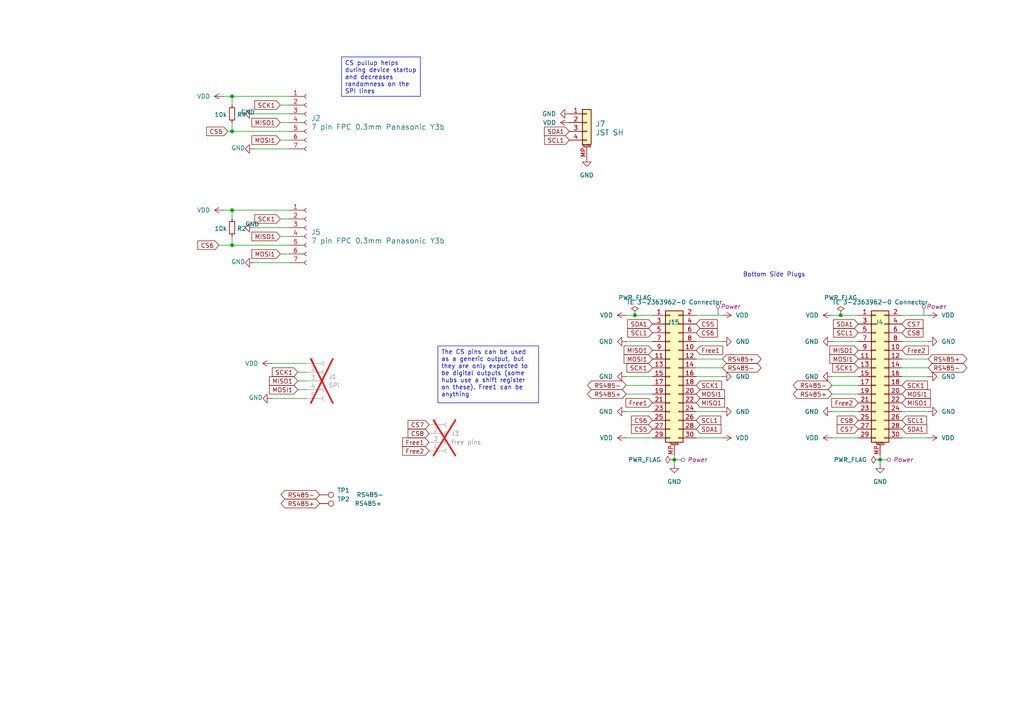
<source format=kicad_sch>
(kicad_sch (version 20231120) (generator "eeschema") (generator_version "8.0")
  (paper "A4")
  (title_block (title "Two connector sensor board") (date "2024-12-27") (rev "V1") (company "Author: Asher Edwards"))
  (lib_symbols
    (symbol "Connector:Conn_01x04_Socket" (pin_names (offset 1.016) hide)
      (property "Reference" "J" (at 0 5.08 0))
      (property "Value" "Conn_01x04_Socket" (at 0 -7.62 0))
      (symbol "Conn_01x04_Socket_1_1"
        (arc (start 0 -4.572) (mid -0.5058 -5.08) (end 0 -5.588) (stroke (width 0.1524)))
        (arc (start 0 -2.032) (mid -0.5058 -2.54) (end 0 -3.048) (stroke (width 0.1524)))
        (polyline (pts (xy -1.27 -5.08) (xy -0.508 -5.08)) (stroke (width 0.1524)))
        (polyline (pts (xy -1.27 -2.54) (xy -0.508 -2.54)) (stroke (width 0.1524)))
        (polyline (pts (xy -1.27 0) (xy -0.508 0)) (stroke (width 0.1524)))
        (polyline (pts (xy -1.27 2.54) (xy -0.508 2.54)) (stroke (width 0.1524)))
        (arc (start 0 0.508) (mid -0.5058 0) (end 0 -0.508) (stroke (width 0.1524)))
        (arc (start 0 3.048) (mid -0.5058 2.54) (end 0 2.032) (stroke (width 0.1524)))
        (pin passive line (at -5.08 2.54 0) (length 3.81) (name "Pin_1") (number "1"))
        (pin passive line (at -5.08 0 0) (length 3.81) (name "Pin_2") (number "2"))
        (pin passive line (at -5.08 -2.54 0) (length 3.81) (name "Pin_3") (number "3"))
        (pin passive line (at -5.08 -5.08 0) (length 3.81) (name "Pin_4") (number "4"))
      )
    )
    (symbol "Connector:Conn_01x05_Socket" (pin_names (offset 1.016) hide)
      (property "Reference" "J" (at 0 7.62 0))
      (property "Value" "Conn_01x05_Socket" (at 0 -7.62 0))
      (symbol "Conn_01x05_Socket_1_1"
        (arc (start 0 -4.572) (mid -0.5058 -5.08) (end 0 -5.588) (stroke (width 0.1524)))
        (arc (start 0 -2.032) (mid -0.5058 -2.54) (end 0 -3.048) (stroke (width 0.1524)))
        (polyline (pts (xy -1.27 -5.08) (xy -0.508 -5.08)) (stroke (width 0.1524)))
        (polyline (pts (xy -1.27 -2.54) (xy -0.508 -2.54)) (stroke (width 0.1524)))
        (polyline (pts (xy -1.27 0) (xy -0.508 0)) (stroke (width 0.1524)))
        (polyline (pts (xy -1.27 2.54) (xy -0.508 2.54)) (stroke (width 0.1524)))
        (polyline (pts (xy -1.27 5.08) (xy -0.508 5.08)) (stroke (width 0.1524)))
        (arc (start 0 0.508) (mid -0.5058 0) (end 0 -0.508) (stroke (width 0.1524)))
        (arc (start 0 3.048) (mid -0.5058 2.54) (end 0 2.032) (stroke (width 0.1524)))
        (arc (start 0 5.588) (mid -0.5058 5.08) (end 0 4.572) (stroke (width 0.1524)))
        (pin passive line (at -5.08 5.08 0) (length 3.81) (name "Pin_1") (number "1"))
        (pin passive line (at -5.08 2.54 0) (length 3.81) (name "Pin_2") (number "2"))
        (pin passive line (at -5.08 0 0) (length 3.81) (name "Pin_3") (number "3"))
        (pin passive line (at -5.08 -2.54 0) (length 3.81) (name "Pin_4") (number "4"))
        (pin passive line (at -5.08 -5.08 0) (length 3.81) (name "Pin_5") (number "5"))
      )
    )
    (symbol "Connector:Conn_01x07_Socket" (pin_names (offset 1.016) hide)
      (property "Reference" "J" (at 0 10.16 0))
      (property "Value" "Conn_01x07_Socket" (at 0 -10.16 0))
      (symbol "Conn_01x07_Socket_1_1"
        (arc (start 0 -7.112) (mid -0.5058 -7.62) (end 0 -8.128) (stroke (width 0.1524)))
        (arc (start 0 -4.572) (mid -0.5058 -5.08) (end 0 -5.588) (stroke (width 0.1524)))
        (arc (start 0 -2.032) (mid -0.5058 -2.54) (end 0 -3.048) (stroke (width 0.1524)))
        (polyline (pts (xy -1.27 -7.62) (xy -0.508 -7.62)) (stroke (width 0.1524)))
        (polyline (pts (xy -1.27 -5.08) (xy -0.508 -5.08)) (stroke (width 0.1524)))
        (polyline (pts (xy -1.27 -2.54) (xy -0.508 -2.54)) (stroke (width 0.1524)))
        (polyline (pts (xy -1.27 0) (xy -0.508 0)) (stroke (width 0.1524)))
        (polyline (pts (xy -1.27 2.54) (xy -0.508 2.54)) (stroke (width 0.1524)))
        (polyline (pts (xy -1.27 5.08) (xy -0.508 5.08)) (stroke (width 0.1524)))
        (polyline (pts (xy -1.27 7.62) (xy -0.508 7.62)) (stroke (width 0.1524)))
        (arc (start 0 0.508) (mid -0.5058 0) (end 0 -0.508) (stroke (width 0.1524)))
        (arc (start 0 3.048) (mid -0.5058 2.54) (end 0 2.032) (stroke (width 0.1524)))
        (arc (start 0 5.588) (mid -0.5058 5.08) (end 0 4.572) (stroke (width 0.1524)))
        (arc (start 0 8.128) (mid -0.5058 7.62) (end 0 7.112) (stroke (width 0.1524)))
        (pin passive line (at -5.08 7.62 0) (length 3.81) (name "Pin_1") (number "1"))
        (pin passive line (at -5.08 5.08 0) (length 3.81) (name "Pin_2") (number "2"))
        (pin passive line (at -5.08 2.54 0) (length 3.81) (name "Pin_3") (number "3"))
        (pin passive line (at -5.08 0 0) (length 3.81) (name "Pin_4") (number "4"))
        (pin passive line (at -5.08 -2.54 0) (length 3.81) (name "Pin_5") (number "5"))
        (pin passive line (at -5.08 -5.08 0) (length 3.81) (name "Pin_6") (number "6"))
        (pin passive line (at -5.08 -7.62 0) (length 3.81) (name "Pin_7") (number "7"))
      )
    )
    (symbol "Connector:TestPoint" (pin_numbers hide) (pin_names (offset 0.762) hide)
      (property "Reference" "TP" (at 0 6.858 0))
      (property "Value" "TestPoint" (at 0 5.08 0))
      (symbol "TestPoint_0_1"
        (circle (center 0 3.302) (radius 0.762))
      )
      (symbol "TestPoint_1_1"
        (pin passive line (at 0 0 90) (length 2.54) (name "1") (number "1"))
      )
    )
    (symbol "Connector_Generic_MountingPin:Conn_01x04_MountingPin" (pin_names (offset 1.016) hide)
      (property "Reference" "J" (at 0 5.08 0))
      (property "Value" "Conn_01x04_MountingPin" (at 1.27 -7.62 0))
      (symbol "Conn_01x04_MountingPin_1_1"
        (rectangle (start -1.27 -4.953) (end 0 -5.207) (stroke (width 0.1524)))
        (rectangle (start -1.27 -2.413) (end 0 -2.667) (stroke (width 0.1524)))
        (rectangle (start -1.27 0.127) (end 0 -0.127) (stroke (width 0.1524)))
        (rectangle (start -1.27 2.667) (end 0 2.413) (stroke (width 0.1524)))
        (rectangle (start -1.27 3.81) (end 1.27 -6.35) (stroke (width 0.254)) (fill (type background)))
        (polyline (pts (xy -1.016 -7.112) (xy 1.016 -7.112)) (stroke (width 0.1524)))
        (text "Mounting" (at 0 -6.731 0) (effects (font (size 0.381 0.381))))
        (pin passive line (at -5.08 2.54 0) (length 3.81) (name "Pin_1") (number "1"))
        (pin passive line (at -5.08 0 0) (length 3.81) (name "Pin_2") (number "2"))
        (pin passive line (at -5.08 -2.54 0) (length 3.81) (name "Pin_3") (number "3"))
        (pin passive line (at -5.08 -5.08 0) (length 3.81) (name "Pin_4") (number "4"))
        (pin passive line (at 0 -10.16 90) (length 3.048) (name "MountPin") (number "MP"))
      )
    )
    (symbol "Connector_Generic_MountingPin:Conn_02x15_Odd_Even_MountingPin" (pin_names (offset 1.016) hide)
      (property "Reference" "J" (at 1.27 20.32 0))
      (property "Value" "Conn_02x15_Odd_Even_MountingPin" (at 2.54 -20.32 0))
      (symbol "Conn_02x15_Odd_Even_MountingPin_1_1"
        (rectangle (start -1.27 -17.653) (end 0 -17.907) (stroke (width 0.1524)))
        (rectangle (start -1.27 -15.113) (end 0 -15.367) (stroke (width 0.1524)))
        (rectangle (start -1.27 -12.573) (end 0 -12.827) (stroke (width 0.1524)))
        (rectangle (start -1.27 -10.033) (end 0 -10.287) (stroke (width 0.1524)))
        (rectangle (start -1.27 -7.493) (end 0 -7.747) (stroke (width 0.1524)))
        (rectangle (start -1.27 -4.953) (end 0 -5.207) (stroke (width 0.1524)))
        (rectangle (start -1.27 -2.413) (end 0 -2.667) (stroke (width 0.1524)))
        (rectangle (start -1.27 0.127) (end 0 -0.127) (stroke (width 0.1524)))
        (rectangle (start -1.27 2.667) (end 0 2.413) (stroke (width 0.1524)))
        (rectangle (start -1.27 5.207) (end 0 4.953) (stroke (width 0.1524)))
        (rectangle (start -1.27 7.747) (end 0 7.493) (stroke (width 0.1524)))
        (rectangle (start -1.27 10.287) (end 0 10.033) (stroke (width 0.1524)))
        (rectangle (start -1.27 12.827) (end 0 12.573) (stroke (width 0.1524)))
        (rectangle (start -1.27 15.367) (end 0 15.113) (stroke (width 0.1524)))
        (rectangle (start -1.27 17.907) (end 0 17.653) (stroke (width 0.1524)))
        (rectangle (start -1.27 19.05) (end 3.81 -19.05) (stroke (width 0.254)) (fill (type background)))
        (polyline (pts (xy 0.254 -19.812) (xy 2.286 -19.812)) (stroke (width 0.1524)))
        (rectangle (start 3.81 -17.653) (end 2.54 -17.907) (stroke (width 0.1524)))
        (rectangle (start 3.81 -15.113) (end 2.54 -15.367) (stroke (width 0.1524)))
        (rectangle (start 3.81 -12.573) (end 2.54 -12.827) (stroke (width 0.1524)))
        (rectangle (start 3.81 -10.033) (end 2.54 -10.287) (stroke (width 0.1524)))
        (rectangle (start 3.81 -7.493) (end 2.54 -7.747) (stroke (width 0.1524)))
        (rectangle (start 3.81 -4.953) (end 2.54 -5.207) (stroke (width 0.1524)))
        (rectangle (start 3.81 -2.413) (end 2.54 -2.667) (stroke (width 0.1524)))
        (rectangle (start 3.81 0.127) (end 2.54 -0.127) (stroke (width 0.1524)))
        (rectangle (start 3.81 2.667) (end 2.54 2.413) (stroke (width 0.1524)))
        (rectangle (start 3.81 5.207) (end 2.54 4.953) (stroke (width 0.1524)))
        (rectangle (start 3.81 7.747) (end 2.54 7.493) (stroke (width 0.1524)))
        (rectangle (start 3.81 10.287) (end 2.54 10.033) (stroke (width 0.1524)))
        (rectangle (start 3.81 12.827) (end 2.54 12.573) (stroke (width 0.1524)))
        (rectangle (start 3.81 15.367) (end 2.54 15.113) (stroke (width 0.1524)))
        (rectangle (start 3.81 17.907) (end 2.54 17.653) (stroke (width 0.1524)))
        (text "Mounting" (at 1.27 -19.431 0) (effects (font (size 0.381 0.381))))
        (pin passive line (at -5.08 17.78 0) (length 3.81) (name "Pin_1") (number "1"))
        (pin passive line (at 7.62 7.62 180) (length 3.81) (name "Pin_10") (number "10"))
        (pin passive line (at -5.08 5.08 0) (length 3.81) (name "Pin_11") (number "11"))
        (pin passive line (at 7.62 5.08 180) (length 3.81) (name "Pin_12") (number "12"))
        (pin passive line (at -5.08 2.54 0) (length 3.81) (name "Pin_13") (number "13"))
        (pin passive line (at 7.62 2.54 180) (length 3.81) (name "Pin_14") (number "14"))
        (pin passive line (at -5.08 0 0) (length 3.81) (name "Pin_15") (number "15"))
        (pin passive line (at 7.62 0 180) (length 3.81) (name "Pin_16") (number "16"))
        (pin passive line (at -5.08 -2.54 0) (length 3.81) (name "Pin_17") (number "17"))
        (pin passive line (at 7.62 -2.54 180) (length 3.81) (name "Pin_18") (number "18"))
        (pin passive line (at -5.08 -5.08 0) (length 3.81) (name "Pin_19") (number "19"))
        (pin passive line (at 7.62 17.78 180) (length 3.81) (name "Pin_2") (number "2"))
        (pin passive line (at 7.62 -5.08 180) (length 3.81) (name "Pin_20") (number "20"))
        (pin passive line (at -5.08 -7.62 0) (length 3.81) (name "Pin_21") (number "21"))
        (pin passive line (at 7.62 -7.62 180) (length 3.81) (name "Pin_22") (number "22"))
        (pin passive line (at -5.08 -10.16 0) (length 3.81) (name "Pin_23") (number "23"))
        (pin passive line (at 7.62 -10.16 180) (length 3.81) (name "Pin_24") (number "24"))
        (pin passive line (at -5.08 -12.7 0) (length 3.81) (name "Pin_25") (number "25"))
        (pin passive line (at 7.62 -12.7 180) (length 3.81) (name "Pin_26") (number "26"))
        (pin passive line (at -5.08 -15.24 0) (length 3.81) (name "Pin_27") (number "27"))
        (pin passive line (at 7.62 -15.24 180) (length 3.81) (name "Pin_28") (number "28"))
        (pin passive line (at -5.08 -17.78 0) (length 3.81) (name "Pin_29") (number "29"))
        (pin passive line (at -5.08 15.24 0) (length 3.81) (name "Pin_3") (number "3"))
        (pin passive line (at 7.62 -17.78 180) (length 3.81) (name "Pin_30") (number "30"))
        (pin passive line (at 7.62 15.24 180) (length 3.81) (name "Pin_4") (number "4"))
        (pin passive line (at -5.08 12.7 0) (length 3.81) (name "Pin_5") (number "5"))
        (pin passive line (at 7.62 12.7 180) (length 3.81) (name "Pin_6") (number "6"))
        (pin passive line (at -5.08 10.16 0) (length 3.81) (name "Pin_7") (number "7"))
        (pin passive line (at 7.62 10.16 180) (length 3.81) (name "Pin_8") (number "8"))
        (pin passive line (at -5.08 7.62 0) (length 3.81) (name "Pin_9") (number "9"))
        (pin passive line (at 1.27 -22.86 90) (length 3.048) (name "MountPin") (number "MP"))
      )
    )
    (symbol "Device:R_Small" (pin_numbers hide) (pin_names (offset 0.254) hide)
      (property "Reference" "R" (at 0.762 0.508 0))
      (property "Value" "R_Small" (at 0.762 -1.016 0))
      (symbol "R_Small_0_1"
        (rectangle (start -0.762 1.778) (end 0.762 -1.778) (stroke (width 0.2032)))
      )
      (symbol "R_Small_1_1"
        (pin passive line (at 0 2.54 270) (length 0.762) (name "~") (number "1"))
        (pin passive line (at 0 -2.54 90) (length 0.762) (name "~") (number "2"))
      )
    )
    (symbol "power:GND" (power) (pin_numbers hide) (pin_names (offset 0) hide)
      (property "Value" "GND" (at 0 -3.81 0))
      (symbol "GND_0_1"
        (polyline (pts (xy 0 0) (xy 0 -1.27) (xy 1.27 -1.27) (xy 0 -2.54) (xy -1.27 -1.27) (xy 0 -1.27)))
      )
      (symbol "GND_1_1"
        (pin power_in line (at 0 0 270) (length 0) (name "~") (number "1"))
      )
    )
    (symbol "power:PWR_FLAG" (power) (pin_numbers hide) (pin_names (offset 0) hide)
      (property "Value" "PWR_FLAG" (at 0 3.81 0))
      (symbol "PWR_FLAG_0_0"
        (pin power_out line (at 0 0 90) (length 0) (name "~") (number "1"))
      )
      (symbol "PWR_FLAG_0_1"
        (polyline (pts (xy 0 0) (xy 0 1.27) (xy -1.016 1.905) (xy 0 2.54) (xy 1.016 1.905) (xy 0 1.27)))
      )
    )
    (symbol "power:VDD" (power) (pin_numbers hide) (pin_names (offset 0) hide)
      (property "Value" "VDD" (at 0 3.556 0))
      (symbol "VDD_0_1"
        (polyline (pts (xy -0.762 1.27) (xy 0 2.54)))
        (polyline (pts (xy 0 0) (xy 0 2.54)))
        (polyline (pts (xy 0 2.54) (xy 0.762 1.27)))
      )
      (symbol "VDD_1_1"
        (pin power_in line (at 0 0 90) (length 0) (name "~") (number "1"))
      )
    )
  )
  (junction (at 243.84 91.44))
  (junction (at 255.27 133.35))
  (junction (at 67.31 27.94))
  (junction (at 67.31 60.96))
  (junction (at 67.31 38.1))
  (junction (at 67.31 71.12))
  (junction (at 184.15 91.44))
  (junction (at 195.58 133.35))
  (wire (pts (xy 67.31 38.1) (xy 83.82 38.1)))
  (wire (pts (xy 67.31 68.58) (xy 67.31 71.12)))
  (wire (pts (xy 66.04 38.1) (xy 67.31 38.1)))
  (wire (pts (xy 181.61 119.38) (xy 189.23 119.38)))
  (wire (pts (xy 81.28 68.58) (xy 83.82 68.58)))
  (wire (pts (xy 209.55 127) (xy 201.93 127)))
  (wire (pts (xy 81.28 63.5) (xy 83.82 63.5)))
  (wire (pts (xy 184.15 91.44) (xy 189.23 91.44)))
  (wire (pts (xy 64.77 60.96) (xy 67.31 60.96)))
  (wire (pts (xy 195.58 134.62) (xy 195.58 133.35)))
  (wire (pts (xy 181.61 127) (xy 189.23 127)))
  (wire (pts (xy 63.5 71.12) (xy 67.31 71.12)))
  (wire (pts (xy 67.31 60.96) (xy 83.82 60.96)))
  (wire (pts (xy 269.24 99.06) (xy 261.62 99.06)))
  (wire (pts (xy 81.28 35.56) (xy 83.82 35.56)))
  (wire (pts (xy 78.74 115.57) (xy 88.9 115.57)))
  (wire (pts (xy 67.31 27.94) (xy 83.82 27.94)))
  (wire (pts (xy 269.24 104.14) (xy 261.62 104.14)))
  (wire (pts (xy 209.55 106.68) (xy 201.93 106.68)))
  (wire (pts (xy 67.31 35.56) (xy 67.31 38.1)))
  (wire (pts (xy 241.3 99.06) (xy 248.92 99.06)))
  (wire (pts (xy 209.55 109.22) (xy 201.93 109.22)))
  (wire (pts (xy 209.55 104.14) (xy 201.93 104.14)))
  (wire (pts (xy 269.24 119.38) (xy 261.62 119.38)))
  (wire (pts (xy 181.61 91.44) (xy 184.15 91.44)))
  (wire (pts (xy 195.58 133.35) (xy 195.58 132.08)))
  (wire (pts (xy 241.3 119.38) (xy 248.92 119.38)))
  (wire (pts (xy 255.27 133.35) (xy 255.27 132.08)))
  (wire (pts (xy 241.3 127) (xy 248.92 127)))
  (wire (pts (xy 181.61 114.3) (xy 189.23 114.3)))
  (wire (pts (xy 81.28 73.66) (xy 83.82 73.66)))
  (wire (pts (xy 81.28 40.64) (xy 83.82 40.64)))
  (wire (pts (xy 241.3 91.44) (xy 243.84 91.44)))
  (wire (pts (xy 241.3 111.76) (xy 248.92 111.76)))
  (wire (pts (xy 64.77 27.94) (xy 67.31 27.94)))
  (wire (pts (xy 241.3 114.3) (xy 248.92 114.3)))
  (wire (pts (xy 269.24 127) (xy 261.62 127)))
  (wire (pts (xy 181.61 99.06) (xy 189.23 99.06)))
  (wire (pts (xy 81.28 30.48) (xy 83.82 30.48)))
  (wire (pts (xy 73.66 43.18) (xy 83.82 43.18)))
  (wire (pts (xy 78.74 105.41) (xy 88.9 105.41)))
  (wire (pts (xy 73.66 76.2) (xy 83.82 76.2)))
  (wire (pts (xy 181.61 111.76) (xy 189.23 111.76)))
  (wire (pts (xy 209.55 119.38) (xy 201.93 119.38)))
  (wire (pts (xy 241.3 109.22) (xy 248.92 109.22)))
  (wire (pts (xy 209.55 91.44) (xy 201.93 91.44)))
  (wire (pts (xy 255.27 134.62) (xy 255.27 133.35)))
  (wire (pts (xy 86.36 110.49) (xy 88.9 110.49)))
  (wire (pts (xy 243.84 91.44) (xy 248.92 91.44)))
  (wire (pts (xy 67.31 63.5) (xy 67.31 60.96)))
  (wire (pts (xy 86.36 107.95) (xy 88.9 107.95)))
  (wire (pts (xy 73.66 33.02) (xy 83.82 33.02)))
  (wire (pts (xy 181.61 109.22) (xy 189.23 109.22)))
  (wire (pts (xy 67.31 30.48) (xy 67.31 27.94)))
  (wire (pts (xy 269.24 91.44) (xy 261.62 91.44)))
  (wire (pts (xy 67.31 71.12) (xy 83.82 71.12)))
  (wire (pts (xy 86.36 113.03) (xy 88.9 113.03)))
  (wire (pts (xy 269.24 109.22) (xy 261.62 109.22)))
  (wire (pts (xy 209.55 99.06) (xy 201.93 99.06)))
  (wire (pts (xy 269.24 106.68) (xy 261.62 106.68)))
  (wire (pts (xy 73.66 66.04) (xy 83.82 66.04)))
  (text_box "CS pullup helps during device startup and decreases randomness on the SPI lines" (at 99.06 16.51 0) (size 22.86 11.43) (effects (font (size 1.27 1.27)) (justify left top)))
  (text_box "The CS pins can be used as a generic output, but they are only expected to be digital outputs (some hubs use a shift register on these). Free1 can be anything" (at 127 100.33 0) (size 29.21 16.51) (effects (font (size 1.27 1.27)) (justify left top)))
  (text "Bottom Side Plugs" (at 224.536 79.756 0) (effects (font (size 1.27 1.27))))
  (global_label "SCL1" (shape input) (at 261.62 121.92 0) (property "Intersheetrefs" "${INTERSHEET_REFS}" (effects (hide yes))))
  (global_label "SCL1" (shape input) (at 201.93 121.92 0) (property "Intersheetrefs" "${INTERSHEET_REFS}" (effects (hide yes))))
  (global_label "CS5" (shape input) (at 66.04 38.1 180) (property "Intersheetrefs" "${INTERSHEET_REFS}" (effects (hide yes))))
  (global_label "CS6" (shape input) (at 63.5 71.12 180) (property "Intersheetrefs" "${INTERSHEET_REFS}" (effects (hide yes))))
  (global_label "MISO1" (shape input) (at 86.36 110.49 180) (property "Intersheetrefs" "${INTERSHEET_REFS}" (effects (hide yes))))
  (global_label "RS485-" (shape bidirectional) (at 241.3 111.76 180) (property "Intersheetrefs" "${INTERSHEET_REFS}" (effects (hide yes))))
  (global_label "SCK1" (shape input) (at 261.62 111.76 0) (property "Intersheetrefs" "${INTERSHEET_REFS}" (effects (hide yes))))
  (global_label "Free2" (shape input) (at 124.46 130.81 180) (property "Intersheetrefs" "${INTERSHEET_REFS}" (effects (hide yes))))
  (global_label "RS485+" (shape bidirectional) (at 181.61 114.3 180) (property "Intersheetrefs" "${INTERSHEET_REFS}" (effects (hide yes))))
  (global_label "SCL1" (shape input) (at 248.92 96.52 180) (property "Intersheetrefs" "${INTERSHEET_REFS}" (effects (hide yes))))
  (global_label "RS485+" (shape bidirectional) (at 269.24 104.14 0) (property "Intersheetrefs" "${INTERSHEET_REFS}" (effects (hide yes))))
  (global_label "SCL1" (shape input) (at 189.23 96.52 180) (property "Intersheetrefs" "${INTERSHEET_REFS}" (effects (hide yes))))
  (global_label "MOSI1" (shape input) (at 86.36 113.03 180) (property "Intersheetrefs" "${INTERSHEET_REFS}" (effects (hide yes))))
  (global_label "RS485-" (shape bidirectional) (at 269.24 106.68 0) (property "Intersheetrefs" "${INTERSHEET_REFS}" (effects (hide yes))))
  (global_label "SCK1" (shape input) (at 201.93 111.76 0) (property "Intersheetrefs" "${INTERSHEET_REFS}" (effects (hide yes))))
  (global_label "RS485+" (shape bidirectional) (at 241.3 114.3 180) (property "Intersheetrefs" "${INTERSHEET_REFS}" (effects (hide yes))))
  (global_label "CS5" (shape input) (at 201.93 93.98 0) (property "Intersheetrefs" "${INTERSHEET_REFS}" (effects (hide yes))))
  (global_label "CS6" (shape input) (at 201.93 96.52 0) (property "Intersheetrefs" "${INTERSHEET_REFS}" (effects (hide yes))))
  (global_label "MISO1" (shape input) (at 81.28 68.58 180) (property "Intersheetrefs" "${INTERSHEET_REFS}" (effects (hide yes))))
  (global_label "MOSI1" (shape input) (at 261.62 114.3 0) (property "Intersheetrefs" "${INTERSHEET_REFS}" (effects (hide yes))))
  (global_label "SDA1" (shape input) (at 165.1 38.1 180) (property "Intersheetrefs" "${INTERSHEET_REFS}" (effects (hide yes))))
  (global_label "SCL1" (shape input) (at 165.1 40.64 180) (property "Intersheetrefs" "${INTERSHEET_REFS}" (effects (hide yes))))
  (global_label "SCK1" (shape input) (at 81.28 30.48 180) (property "Intersheetrefs" "${INTERSHEET_REFS}" (effects (hide yes))))
  (global_label "CS5" (shape input) (at 189.23 124.46 180) (property "Intersheetrefs" "${INTERSHEET_REFS}" (effects (hide yes))))
  (global_label "CS8" (shape input) (at 124.46 125.73 180) (property "Intersheetrefs" "${INTERSHEET_REFS}" (effects (hide yes))))
  (global_label "MOSI1" (shape input) (at 189.23 104.14 180) (property "Intersheetrefs" "${INTERSHEET_REFS}" (effects (hide yes))))
  (global_label "MOSI1" (shape input) (at 248.92 104.14 180) (property "Intersheetrefs" "${INTERSHEET_REFS}" (effects (hide yes))))
  (global_label "Free2" (shape input) (at 248.92 116.84 180) (property "Intersheetrefs" "${INTERSHEET_REFS}" (effects (hide yes))))
  (global_label "CS8" (shape input) (at 248.92 121.92 180) (property "Intersheetrefs" "${INTERSHEET_REFS}" (effects (hide yes))))
  (global_label "RS485-" (shape bidirectional) (at 181.61 111.76 180) (property "Intersheetrefs" "${INTERSHEET_REFS}" (effects (hide yes))))
  (global_label "MOSI1" (shape input) (at 81.28 73.66 180) (property "Intersheetrefs" "${INTERSHEET_REFS}" (effects (hide yes))))
  (global_label "MISO1" (shape input) (at 81.28 35.56 180) (property "Intersheetrefs" "${INTERSHEET_REFS}" (effects (hide yes))))
  (global_label "SCK1" (shape input) (at 86.36 107.95 180) (property "Intersheetrefs" "${INTERSHEET_REFS}" (effects (hide yes))))
  (global_label "SCK1" (shape input) (at 189.23 106.68 180) (property "Intersheetrefs" "${INTERSHEET_REFS}" (effects (hide yes))))
  (global_label "Free1" (shape input) (at 124.46 128.27 180) (property "Intersheetrefs" "${INTERSHEET_REFS}" (effects (hide yes))))
  (global_label "SCK1" (shape input) (at 81.28 63.5 180) (property "Intersheetrefs" "${INTERSHEET_REFS}" (effects (hide yes))))
  (global_label "MOSI1" (shape input) (at 201.93 114.3 0) (property "Intersheetrefs" "${INTERSHEET_REFS}" (effects (hide yes))))
  (global_label "MISO1" (shape input) (at 248.92 101.6 180) (property "Intersheetrefs" "${INTERSHEET_REFS}" (effects (hide yes))))
  (global_label "CS7" (shape input) (at 124.46 123.19 180) (property "Intersheetrefs" "${INTERSHEET_REFS}" (effects (hide yes))))
  (global_label "Free1" (shape input) (at 189.23 116.84 180) (property "Intersheetrefs" "${INTERSHEET_REFS}" (effects (hide yes))))
  (global_label "SDA1" (shape input) (at 261.62 124.46 0) (property "Intersheetrefs" "${INTERSHEET_REFS}" (effects (hide yes))))
  (global_label "SDA1" (shape input) (at 201.93 124.46 0) (property "Intersheetrefs" "${INTERSHEET_REFS}" (effects (hide yes))))
  (global_label "CS6" (shape input) (at 189.23 121.92 180) (property "Intersheetrefs" "${INTERSHEET_REFS}" (effects (hide yes))))
  (global_label "MISO1" (shape input) (at 189.23 101.6 180) (property "Intersheetrefs" "${INTERSHEET_REFS}" (effects (hide yes))))
  (global_label "MISO1" (shape input) (at 201.93 116.84 0) (property "Intersheetrefs" "${INTERSHEET_REFS}" (effects (hide yes))))
  (global_label "SDA1" (shape input) (at 189.23 93.98 180) (property "Intersheetrefs" "${INTERSHEET_REFS}" (effects (hide yes))))
  (global_label "Free1" (shape input) (at 201.93 101.6 0) (property "Intersheetrefs" "${INTERSHEET_REFS}" (effects (hide yes))))
  (global_label "Free2" (shape input) (at 261.62 101.6 0) (property "Intersheetrefs" "${INTERSHEET_REFS}" (effects (hide yes))))
  (global_label "RS485+" (shape bidirectional) (at 209.55 104.14 0) (property "Intersheetrefs" "${INTERSHEET_REFS}" (effects (hide yes))))
  (global_label "MOSI1" (shape input) (at 81.28 40.64 180) (property "Intersheetrefs" "${INTERSHEET_REFS}" (effects (hide yes))))
  (global_label "SCK1" (shape input) (at 248.92 106.68 180) (property "Intersheetrefs" "${INTERSHEET_REFS}" (effects (hide yes))))
  (global_label "RS485-" (shape bidirectional) (at 92.71 143.51 180) (property "Intersheetrefs" "${INTERSHEET_REFS}" (effects (hide yes))))
  (global_label "SDA1" (shape input) (at 248.92 93.98 180) (property "Intersheetrefs" "${INTERSHEET_REFS}" (effects (hide yes))))
  (global_label "CS8" (shape input) (at 261.62 96.52 0) (property "Intersheetrefs" "${INTERSHEET_REFS}" (effects (hide yes))))
  (global_label "RS485-" (shape bidirectional) (at 209.55 106.68 0) (property "Intersheetrefs" "${INTERSHEET_REFS}" (effects (hide yes))))
  (global_label "CS7" (shape input) (at 261.62 93.98 0) (property "Intersheetrefs" "${INTERSHEET_REFS}" (effects (hide yes))))
  (global_label "MISO1" (shape input) (at 261.62 116.84 0) (property "Intersheetrefs" "${INTERSHEET_REFS}" (effects (hide yes))))
  (global_label "CS7" (shape input) (at 248.92 124.46 180) (property "Intersheetrefs" "${INTERSHEET_REFS}" (effects (hide yes))))
  (global_label "RS485+" (shape bidirectional) (at 92.71 146.05 180) (property "Intersheetrefs" "${INTERSHEET_REFS}" (effects (hide yes))))
  (netclass_flag "" (length 2.54) (shape round) (at 255.27 133.35 270) (property "Netclass" "Power" (at 259.08 133.35 0) (effects (font (italic yes)) (justify left))))
  (netclass_flag "" (length 2.54) (shape round) (at 267.97 91.44 0) (property "Netclass" "Power" (at 268.6685 88.9 0) (effects (font (italic yes)) (justify left))))
  (netclass_flag "" (length 2.54) (shape round) (at 208.28 91.44 0) (property "Netclass" "Power" (at 208.9785 88.9 0) (effects (font (italic yes)) (justify left))))
  (netclass_flag "" (length 2.54) (shape round) (at 195.58 133.35 270) (property "Netclass" "Power" (at 199.39 133.35 0) (effects (font (italic yes)) (justify left))))
  (symbol (lib_id "Device:R_Small") (at 67.31 66.04 0) (unit 1)
    (property "Reference" "R2" (at 70.104 66.294 0))
    (property "Value" "10k" (at 64.008 66.294 0))
    (property "Footprint" "Resistor_SMD:R_0402_1005Metric" (effects (hide yes)))
    (property "Description" "Resistor, small symbol" (effects (hide yes)))
  )
  (symbol (lib_id "power:GND") (at 255.27 134.62 0) (unit 1)
    (property "Reference" "#PWR022" (effects (hide yes)))
    (property "Value" "GND" (at 255.27 139.7 0))
    (property "Description" "Power symbol creates a global label with name \"GND\" , ground" (effects (hide yes)))
  )
  (symbol (lib_id "power:GND") (at 165.1 33.02 270) (mirror x) (unit 1)
    (property "Reference" "#PWR06" (effects (hide yes)))
    (property "Value" "GND" (at 161.29 33.0201 90) (effects (justify right)))
    (property "Description" "Power symbol creates a global label with name \"GND\" , ground" (effects (hide yes)))
  )
  (symbol (lib_id "Connector:TestPoint") (at 92.71 143.51 270) (unit 1) (in_bom no)
    (property "Reference" "TP1" (at 97.79 142.2399 90) (effects (justify left)))
    (property "Value" "RS485-" (at 103.378 143.51 90) (effects (justify left)))
    (property "Footprint" "TestPoint:TestPoint_Pad_D1.0mm" (effects (hide yes)))
    (property "Description" "test point" (effects (hide yes)))
  )
  (symbol (lib_id "power:GND") (at 209.55 99.06 90) (mirror x) (unit 1)
    (property "Reference" "#PWR039" (effects (hide yes)))
    (property "Value" "GND" (at 213.36 99.0599 90) (effects (justify right)))
    (property "Description" "Power symbol creates a global label with name \"GND\" , ground" (effects (hide yes)))
  )
  (symbol (lib_id "power:GND") (at 269.24 119.38 90) (mirror x) (unit 1)
    (property "Reference" "#PWR019" (effects (hide yes)))
    (property "Value" "GND" (at 273.05 119.3799 90) (effects (justify right)))
    (property "Description" "Power symbol creates a global label with name \"GND\" , ground" (effects (hide yes)))
  )
  (symbol (lib_id "power:GND") (at 181.61 119.38 270) (mirror x) (unit 1)
    (property "Reference" "#PWR047" (effects (hide yes)))
    (property "Value" "GND" (at 177.8 119.3801 90) (effects (justify right)))
    (property "Description" "Power symbol creates a global label with name \"GND\" , ground" (effects (hide yes)))
  )
  (symbol (lib_id "Connector_Generic_MountingPin:Conn_01x04_MountingPin") (at 170.18 35.56 0) (unit 1)
    (property "Reference" "J7" (at 172.72 35.9155 0) (effects (font (size 1.524 1.524)) (justify left)))
    (property "Value" "JST SH" (at 172.72 38.4555 0) (effects (font (size 1.524 1.524)) (justify left)))
    (property "Footprint" "Connector_JST:JST_SH_SM04B-SRSS-TB_1x04-1MP_P1.00mm_Horizontal" (effects (hide yes)))
    (property "Description" "Generic connectable mounting pin connector, single row, 01x04, script generated (kicad-library-utils/schlib/autogen/connector/)" (effects (hide yes)))
  )
  (symbol (lib_id "power:GND") (at 241.3 109.22 270) (mirror x) (unit 1)
    (property "Reference" "#PWR016" (effects (hide yes)))
    (property "Value" "GND" (at 237.49 109.2201 90) (effects (justify right)))
    (property "Description" "Power symbol creates a global label with name \"GND\" , ground" (effects (hide yes)))
  )
  (symbol (lib_id "power:GND") (at 78.74 115.57 270) (unit 1)
    (property "Reference" "#PWR012" (effects (hide yes)))
    (property "Value" "GND" (at 74.168 115.316 90))
    (property "Description" "Power symbol creates a global label with name \"GND\" , ground" (effects (hide yes)))
  )
  (symbol (lib_id "power:GND") (at 73.66 33.02 270) (unit 1)
    (property "Reference" "#PWR02" (effects (hide yes)))
    (property "Value" "GND" (at 71.882 32.512 90))
    (property "Description" "Power symbol creates a global label with name \"GND\" , ground" (effects (hide yes)))
  )
  (symbol (lib_id "power:GND") (at 209.55 109.22 90) (mirror x) (unit 1)
    (property "Reference" "#PWR044" (effects (hide yes)))
    (property "Value" "GND" (at 213.36 109.2199 90) (effects (justify right)))
    (property "Description" "Power symbol creates a global label with name \"GND\" , ground" (effects (hide yes)))
  )
  (symbol (lib_id "power:PWR_FLAG") (at 255.27 133.35 90) (unit 1)
    (property "Reference" "#FLG04" (effects (hide yes)))
    (property "Value" "PWR_FLAG" (at 251.46 133.3499 90) (effects (justify left)))
    (property "Description" "Special symbol for telling ERC where power comes from" (effects (hide yes)))
  )
  (symbol (lib_id "Connector:Conn_01x04_Socket") (at 129.54 125.73 0) (unit 1) (dnp yes)
    (property "Reference" "J3" (at 130.81 125.7299 0) (effects (justify left)))
    (property "Value" "free pins" (at 130.81 128.2699 0) (effects (justify left)))
    (property "Footprint" "Connector_PinHeader_1.27mm:PinHeader_1x04_P1.27mm_Vertical" (effects (hide yes)))
    (property "Description" "Generic connector, single row, 01x04, script generated" (effects (hide yes)))
  )
  (symbol (lib_id "power:VDD") (at 78.74 105.41 90) (unit 1)
    (property "Reference" "#PWR09" (effects (hide yes)))
    (property "Value" "VDD" (at 74.93 105.4099 90) (effects (justify left)))
    (property "Description" "Power symbol creates a global label with name \"VDD\"" (effects (hide yes)))
  )
  (symbol (lib_id "power:GND") (at 73.66 43.18 270) (unit 1)
    (property "Reference" "#PWR03" (effects (hide yes)))
    (property "Value" "GND" (at 69.088 42.926 90))
    (property "Description" "Power symbol creates a global label with name \"GND\" , ground" (effects (hide yes)))
  )
  (symbol (lib_id "power:PWR_FLAG") (at 195.58 133.35 90) (unit 1)
    (property "Reference" "#FLG01" (effects (hide yes)))
    (property "Value" "PWR_FLAG" (at 191.77 133.3499 90) (effects (justify left)))
    (property "Description" "Special symbol for telling ERC where power comes from" (effects (hide yes)))
  )
  (symbol (lib_id "power:VDD") (at 241.3 127 90) (mirror x) (unit 1)
    (property "Reference" "#PWR020" (effects (hide yes)))
    (property "Value" "VDD" (at 237.49 127.0001 90) (effects (justify left)))
    (property "Description" "Power symbol creates a global label with name \"VDD\"" (effects (hide yes)))
  )
  (symbol (lib_id "power:VDD") (at 209.55 91.44 270) (mirror x) (unit 1)
    (property "Reference" "#PWR034" (effects (hide yes)))
    (property "Value" "VDD" (at 213.36 91.4399 90) (effects (justify left)))
    (property "Description" "Power symbol creates a global label with name \"VDD\"" (effects (hide yes)))
  )
  (symbol (lib_id "power:GND") (at 269.24 109.22 90) (mirror x) (unit 1)
    (property "Reference" "#PWR017" (effects (hide yes)))
    (property "Value" "GND" (at 273.05 109.2199 90) (effects (justify right)))
    (property "Description" "Power symbol creates a global label with name \"GND\" , ground" (effects (hide yes)))
  )
  (symbol (lib_id "power:GND") (at 241.3 99.06 270) (mirror x) (unit 1)
    (property "Reference" "#PWR014" (effects (hide yes)))
    (property "Value" "GND" (at 237.49 99.0601 90) (effects (justify right)))
    (property "Description" "Power symbol creates a global label with name \"GND\" , ground" (effects (hide yes)))
  )
  (symbol (lib_id "power:GND") (at 195.58 134.62 0) (unit 1)
    (property "Reference" "#PWR055" (effects (hide yes)))
    (property "Value" "GND" (at 195.58 139.7 0))
    (property "Description" "Power symbol creates a global label with name \"GND\" , ground" (effects (hide yes)))
  )
  (symbol (lib_id "Connector_Generic_MountingPin:Conn_02x15_Odd_Even_MountingPin") (at 194.31 109.22 0) (unit 1)
    (property "Reference" "J15" (at 195.326 93.472 0))
    (property "Value" "TE 3-2363962-0 Connector" (at 195.58 87.63 0))
    (property "Footprint" "custom_testpoints:TE_mezzanine_conn_3-2363962-0" (effects (hide yes)))
    (property "Description" "Generic connectable mounting pin connector, double row, 02x15, odd/even pin numbering scheme (row 1 odd numbers, row 2 even numbers), script generated (kicad-library-utils/schlib/autogen/connector/)" (effects (hide yes)))
  )
  (symbol (lib_id "power:GND") (at 241.3 119.38 270) (mirror x) (unit 1)
    (property "Reference" "#PWR018" (effects (hide yes)))
    (property "Value" "GND" (at 237.49 119.3801 90) (effects (justify right)))
    (property "Description" "Power symbol creates a global label with name \"GND\" , ground" (effects (hide yes)))
  )
  (symbol (lib_id "power:GND") (at 181.61 109.22 270) (mirror x) (unit 1)
    (property "Reference" "#PWR043" (effects (hide yes)))
    (property "Value" "GND" (at 177.8 109.2201 90) (effects (justify right)))
    (property "Description" "Power symbol creates a global label with name \"GND\" , ground" (effects (hide yes)))
  )
  (symbol (lib_id "power:PWR_FLAG") (at 184.15 91.44 0) (unit 1)
    (property "Reference" "#FLG02" (effects (hide yes)))
    (property "Value" "PWR_FLAG" (at 184.15 86.36 0))
    (property "Description" "Special symbol for telling ERC where power comes from" (effects (hide yes)))
  )
  (symbol (lib_id "power:GND") (at 73.66 76.2 270) (unit 1)
    (property "Reference" "#PWR010" (effects (hide yes)))
    (property "Value" "GND" (at 69.088 75.946 90))
    (property "Description" "Power symbol creates a global label with name \"GND\" , ground" (effects (hide yes)))
  )
  (symbol (lib_id "Connector_Generic_MountingPin:Conn_02x15_Odd_Even_MountingPin") (at 254 109.22 0) (unit 1)
    (property "Reference" "J4" (at 255.016 93.472 0))
    (property "Value" "TE 3-2363962-0 Connector" (at 255.27 87.63 0))
    (property "Footprint" "custom_testpoints:TE_mezzanine_conn_3-2363962-0" (effects (hide yes)))
    (property "Description" "Generic connectable mounting pin connector, double row, 02x15, odd/even pin numbering scheme (row 1 odd numbers, row 2 even numbers), script generated (kicad-library-utils/schlib/autogen/connector/)" (effects (hide yes)))
  )
  (symbol (lib_id "power:VDD") (at 269.24 91.44 270) (mirror x) (unit 1)
    (property "Reference" "#PWR013" (effects (hide yes)))
    (property "Value" "VDD" (at 273.05 91.4399 90) (effects (justify left)))
    (property "Description" "Power symbol creates a global label with name \"VDD\"" (effects (hide yes)))
  )
  (symbol (lib_id "power:VDD") (at 165.1 35.56 90) (mirror x) (unit 1)
    (property "Reference" "#PWR07" (effects (hide yes)))
    (property "Value" "VDD" (at 161.29 35.5601 90) (effects (justify left)))
    (property "Description" "Power symbol creates a global label with name \"VDD\"" (effects (hide yes)))
  )
  (symbol (lib_id "Connector:Conn_01x07_Socket") (at 88.9 68.58 0) (unit 1)
    (property "Reference" "J5" (at 90.17 67.3099 0) (effects (font (size 1.524 1.524)) (justify left)))
    (property "Value" "7 pin FPC 0.3mm Panasonic Y3b" (at 90.17 69.8499 0) (effects (font (size 1.524 1.524)) (justify left)))
    (property "Footprint" "custom_Interface_HID:fpc_7pin_0.3mm_connector Panasonic" (effects (hide yes)))
    (property "Description" "Generic connector, single row, 01x07, script generated" (effects (hide yes)))
  )
  (symbol (lib_id "power:VDD") (at 181.61 91.44 90) (mirror x) (unit 1)
    (property "Reference" "#PWR033" (effects (hide yes)))
    (property "Value" "VDD" (at 177.8 91.4401 90) (effects (justify left)))
    (property "Description" "Power symbol creates a global label with name \"VDD\"" (effects (hide yes)))
  )
  (symbol (lib_id "power:VDD") (at 269.24 127 270) (mirror x) (unit 1)
    (property "Reference" "#PWR021" (effects (hide yes)))
    (property "Value" "VDD" (at 273.05 126.9999 90) (effects (justify left)))
    (property "Description" "Power symbol creates a global label with name \"VDD\"" (effects (hide yes)))
  )
  (symbol (lib_id "Connector:Conn_01x07_Socket") (at 88.9 35.56 0) (unit 1)
    (property "Reference" "J2" (at 90.17 34.2899 0) (effects (font (size 1.524 1.524)) (justify left)))
    (property "Value" "7 pin FPC 0.3mm Panasonic Y3b" (at 90.17 36.8299 0) (effects (font (size 1.524 1.524)) (justify left)))
    (property "Footprint" "custom_Interface_HID:fpc_7pin_0.3mm_connector Panasonic" (effects (hide yes)))
    (property "Description" "Generic connector, single row, 01x07, script generated" (effects (hide yes)))
  )
  (symbol (lib_id "Connector:Conn_01x05_Socket") (at 93.98 110.49 0) (unit 1) (dnp yes)
    (property "Reference" "J1" (at 95.25 109.2199 0) (effects (justify left)))
    (property "Value" "SPI" (at 95.25 111.7599 0) (effects (justify left)))
    (property "Footprint" "Connector_PinHeader_1.27mm:PinHeader_1x05_P1.27mm_Vertical" (effects (hide yes)))
    (property "Description" "Generic connector, single row, 01x05, script generated" (effects (hide yes)))
  )
  (symbol (lib_id "power:VDD") (at 241.3 91.44 90) (mirror x) (unit 1)
    (property "Reference" "#PWR011" (effects (hide yes)))
    (property "Value" "VDD" (at 237.49 91.4401 90) (effects (justify left)))
    (property "Description" "Power symbol creates a global label with name \"VDD\"" (effects (hide yes)))
  )
  (symbol (lib_id "power:GND") (at 181.61 99.06 270) (mirror x) (unit 1)
    (property "Reference" "#PWR038" (effects (hide yes)))
    (property "Value" "GND" (at 177.8 99.0601 90) (effects (justify right)))
    (property "Description" "Power symbol creates a global label with name \"GND\" , ground" (effects (hide yes)))
  )
  (symbol (lib_id "Connector:TestPoint") (at 92.71 146.05 270) (unit 1) (in_bom no)
    (property "Reference" "TP2" (at 97.79 144.7799 90) (effects (justify left)))
    (property "Value" "RS485+" (at 102.87 146.05 90) (effects (justify left)))
    (property "Footprint" "TestPoint:TestPoint_Pad_D1.0mm" (effects (hide yes)))
    (property "Description" "test point" (effects (hide yes)))
  )
  (symbol (lib_id "power:VDD") (at 64.77 60.96 90) (unit 1)
    (property "Reference" "#PWR04" (effects (hide yes)))
    (property "Value" "VDD" (at 60.96 60.9599 90) (effects (justify left)))
    (property "Description" "Power symbol creates a global label with name \"VDD\"" (effects (hide yes)))
  )
  (symbol (lib_id "power:VDD") (at 181.61 127 90) (mirror x) (unit 1)
    (property "Reference" "#PWR051" (effects (hide yes)))
    (property "Value" "VDD" (at 177.8 127.0001 90) (effects (justify left)))
    (property "Description" "Power symbol creates a global label with name \"VDD\"" (effects (hide yes)))
  )
  (symbol (lib_id "power:VDD") (at 64.77 27.94 90) (unit 1)
    (property "Reference" "#PWR01" (effects (hide yes)))
    (property "Value" "VDD" (at 60.96 27.9399 90) (effects (justify left)))
    (property "Description" "Power symbol creates a global label with name \"VDD\"" (effects (hide yes)))
  )
  (symbol (lib_id "power:GND") (at 209.55 119.38 90) (mirror x) (unit 1)
    (property "Reference" "#PWR048" (effects (hide yes)))
    (property "Value" "GND" (at 213.36 119.3799 90) (effects (justify right)))
    (property "Description" "Power symbol creates a global label with name \"GND\" , ground" (effects (hide yes)))
  )
  (symbol (lib_id "power:GND") (at 269.24 99.06 90) (mirror x) (unit 1)
    (property "Reference" "#PWR015" (effects (hide yes)))
    (property "Value" "GND" (at 273.05 99.0599 90) (effects (justify right)))
    (property "Description" "Power symbol creates a global label with name \"GND\" , ground" (effects (hide yes)))
  )
  (symbol (lib_id "power:GND") (at 73.66 66.04 270) (unit 1)
    (property "Reference" "#PWR05" (effects (hide yes)))
    (property "Value" "GND" (at 73.152 65.024 90))
    (property "Description" "Power symbol creates a global label with name \"GND\" , ground" (effects (hide yes)))
  )
  (symbol (lib_id "power:VDD") (at 209.55 127 270) (mirror x) (unit 1)
    (property "Reference" "#PWR052" (effects (hide yes)))
    (property "Value" "VDD" (at 213.36 126.9999 90) (effects (justify left)))
    (property "Description" "Power symbol creates a global label with name \"VDD\"" (effects (hide yes)))
  )
  (symbol (lib_id "Device:R_Small") (at 67.31 33.02 0) (unit 1)
    (property "Reference" "R4" (at 70.104 33.274 0))
    (property "Value" "10k" (at 64.008 33.274 0))
    (property "Footprint" "Resistor_SMD:R_0402_1005Metric" (effects (hide yes)))
    (property "Description" "Resistor, small symbol" (effects (hide yes)))
  )
  (symbol (lib_id "power:GND") (at 170.18 45.72 0) (mirror y) (unit 1)
    (property "Reference" "#PWR08" (effects (hide yes)))
    (property "Value" "GND" (at 170.18 50.8 0))
    (property "Description" "Power symbol creates a global label with name \"GND\" , ground" (effects (hide yes)))
  )
  (symbol (lib_id "power:PWR_FLAG") (at 243.84 91.44 0) (unit 1)
    (property "Reference" "#FLG03" (effects (hide yes)))
    (property "Value" "PWR_FLAG" (at 243.84 86.36 0))
    (property "Description" "Special symbol for telling ERC where power comes from" (effects (hide yes)))
  )
)
</source>
